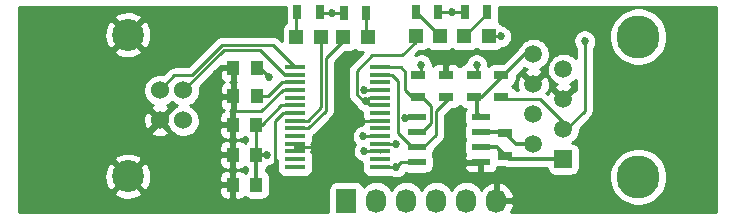
<source format=gtl>
G04 #@! TF.FileFunction,Copper,L1,Top,Signal*
%FSLAX46Y46*%
G04 Gerber Fmt 4.6, Leading zero omitted, Abs format (unit mm)*
G04 Created by KiCad (PCBNEW 4.0.2-stable) date Sunday, June 19, 2016 'PMt' 07:45:26 PM*
%MOMM*%
G01*
G04 APERTURE LIST*
%ADD10C,0.100000*%
%ADD11R,1.000000X1.250000*%
%ADD12R,1.198880X1.198880*%
%ADD13C,3.649980*%
%ADD14R,1.501140X1.501140*%
%ADD15C,1.501140*%
%ADD16C,1.524000*%
%ADD17C,2.700020*%
%ADD18R,0.700000X1.300000*%
%ADD19R,1.300000X0.700000*%
%ADD20R,1.750000X0.450000*%
%ADD21R,1.550000X0.600000*%
%ADD22R,1.727200X2.032000*%
%ADD23O,1.727200X2.032000*%
%ADD24C,0.685800*%
%ADD25C,0.305000*%
%ADD26C,0.254000*%
%ADD27C,0.152400*%
G04 APERTURE END LIST*
D10*
D11*
X59521600Y-49885600D03*
X57521600Y-49885600D03*
X59521600Y-47345600D03*
X57521600Y-47345600D03*
X59521600Y-44805600D03*
X57521600Y-44805600D03*
X59547000Y-42418000D03*
X57547000Y-42418000D03*
X59547000Y-40005000D03*
X57547000Y-40005000D03*
D12*
X68930520Y-37401500D03*
X66832480Y-37401500D03*
X62895480Y-37401500D03*
X64993520Y-37401500D03*
D13*
X91846400Y-37343080D03*
X91846400Y-49212500D03*
D14*
X85496400Y-47726600D03*
D15*
X82956400Y-46456600D03*
X85496400Y-45186600D03*
X82956400Y-43916600D03*
X85496400Y-42646600D03*
X82956400Y-41376600D03*
X85496400Y-40106600D03*
X82956400Y-38836600D03*
D16*
X53340000Y-41910000D03*
X53340000Y-44450000D03*
X51341020Y-44450000D03*
X51341020Y-41910000D03*
D17*
X48641000Y-37180520D03*
X48641000Y-49179480D03*
D18*
X66931500Y-35369500D03*
X68831500Y-35369500D03*
X64894500Y-35306000D03*
X62994500Y-35306000D03*
D19*
X73215500Y-40579000D03*
X73215500Y-42479000D03*
X75565000Y-42479000D03*
X75565000Y-40579000D03*
X80581500Y-45532000D03*
X80581500Y-47432000D03*
D20*
X69995600Y-48370200D03*
X69995600Y-47720200D03*
X69995600Y-47070200D03*
X69995600Y-46420200D03*
X69995600Y-45770200D03*
X69995600Y-45120200D03*
X69995600Y-44470200D03*
X69995600Y-43820200D03*
X69995600Y-43170200D03*
X69995600Y-42520200D03*
X69995600Y-41870200D03*
X69995600Y-41220200D03*
X69995600Y-40570200D03*
X69995600Y-39920200D03*
X62795600Y-39920200D03*
X62795600Y-40570200D03*
X62795600Y-41220200D03*
X62795600Y-41870200D03*
X62795600Y-42520200D03*
X62795600Y-43170200D03*
X62795600Y-43820200D03*
X62795600Y-44470200D03*
X62795600Y-45120200D03*
X62795600Y-45770200D03*
X62795600Y-46420200D03*
X62795600Y-47070200D03*
X62795600Y-47720200D03*
X62795600Y-48370200D03*
D21*
X73119000Y-44196000D03*
X73119000Y-45466000D03*
X73119000Y-46736000D03*
X73119000Y-48006000D03*
X78519000Y-48006000D03*
X78519000Y-46736000D03*
X78519000Y-45466000D03*
X78519000Y-44196000D03*
D19*
X80264000Y-40579000D03*
X80264000Y-42479000D03*
D12*
X77119480Y-37338000D03*
X79217520Y-37338000D03*
X75090020Y-37338000D03*
X72991980Y-37338000D03*
D19*
X77914500Y-42479000D03*
X77914500Y-40579000D03*
D18*
X77155000Y-35306000D03*
X79055000Y-35306000D03*
D22*
X67119500Y-51244500D03*
D23*
X69659500Y-51244500D03*
X72199500Y-51244500D03*
X74739500Y-51244500D03*
X77279500Y-51244500D03*
X79819500Y-51244500D03*
D18*
X74927500Y-35306000D03*
X73027500Y-35306000D03*
D24*
X73469500Y-39751000D03*
X76073000Y-35306000D03*
X71374000Y-46482000D03*
X65913000Y-35369500D03*
X60579000Y-40767000D03*
X60401200Y-47345600D03*
X87312500Y-37719000D03*
X68643500Y-47053500D03*
X68643500Y-41910000D03*
X80200500Y-37338000D03*
X78168500Y-39751000D03*
X68770500Y-42799000D03*
X72136000Y-44259500D03*
X68580000Y-45783500D03*
X71374000Y-48370200D03*
D25*
X78168500Y-42479000D02*
X78168500Y-43845500D01*
X78168500Y-43845500D02*
X78519000Y-44196000D01*
X78168500Y-42479000D02*
X78618000Y-42479000D01*
X78618000Y-42479000D02*
X80518000Y-40579000D01*
X82956400Y-38836600D02*
X82260400Y-38836600D01*
X82260400Y-38836600D02*
X80518000Y-40579000D01*
D26*
X76073000Y-35306000D02*
X74927500Y-35306000D01*
X73469500Y-40579000D02*
X73469500Y-39751000D01*
X77155000Y-35306000D02*
X76073000Y-35306000D01*
X80645000Y-40579000D02*
X80195500Y-40579000D01*
X82956400Y-38836600D02*
X82387400Y-38836600D01*
X82956400Y-38836600D02*
X82956400Y-38877200D01*
X69995600Y-46420200D02*
X71312200Y-46420200D01*
X71312200Y-46420200D02*
X71374000Y-46482000D01*
X66931500Y-35369500D02*
X65913000Y-35369500D01*
X65913000Y-35369500D02*
X64958000Y-35369500D01*
X64958000Y-35369500D02*
X64894500Y-35306000D01*
X59521600Y-44805600D02*
X59969400Y-44805600D01*
X59969400Y-44805600D02*
X61604800Y-43170200D01*
X61604800Y-43170200D02*
X62795600Y-43170200D01*
X59547000Y-40005000D02*
X59817000Y-40005000D01*
X59817000Y-40005000D02*
X60579000Y-40767000D01*
X59521600Y-44805600D02*
X59521600Y-47345600D01*
D27*
X82956400Y-38877200D02*
X82956400Y-38836600D01*
D25*
X64894500Y-35306000D02*
X64945300Y-35356800D01*
X59547000Y-40005000D02*
X59801000Y-40259000D01*
X59521600Y-49885600D02*
X59521600Y-47345600D01*
X59521600Y-47345600D02*
X60401200Y-47345600D01*
D26*
X77119480Y-35341520D02*
X77155000Y-35306000D01*
X59547000Y-42418000D02*
X60515500Y-42418000D01*
X60515500Y-42418000D02*
X61713300Y-41220200D01*
X61713300Y-41220200D02*
X62795600Y-41220200D01*
X68831500Y-35369500D02*
X68831500Y-37302480D01*
X68831500Y-37302480D02*
X68930520Y-37401500D01*
X66832480Y-37401500D02*
X66832480Y-37752020D01*
X66832480Y-37752020D02*
X65405000Y-39179500D01*
X65405000Y-39179500D02*
X65405000Y-43624500D01*
X65405000Y-43624500D02*
X63909300Y-45120200D01*
X63909300Y-45120200D02*
X62795600Y-45120200D01*
X62895480Y-37401500D02*
X62895480Y-35405020D01*
X62895480Y-35405020D02*
X62994500Y-35306000D01*
X63149480Y-35460980D02*
X62994500Y-35306000D01*
X64993520Y-37401500D02*
X64993520Y-43337480D01*
X64993520Y-43337480D02*
X63860800Y-44470200D01*
X63860800Y-44470200D02*
X62795600Y-44470200D01*
D25*
X85496400Y-47726600D02*
X80876100Y-47726600D01*
X80876100Y-47726600D02*
X80581500Y-47432000D01*
X78519000Y-46736000D02*
X79885500Y-46736000D01*
X79885500Y-46736000D02*
X80581500Y-47432000D01*
X82956400Y-46456600D02*
X81506100Y-46456600D01*
X81506100Y-46456600D02*
X80581500Y-45532000D01*
X78519000Y-45466000D02*
X80515500Y-45466000D01*
X80515500Y-45466000D02*
X80581500Y-45532000D01*
D26*
X85496400Y-45186600D02*
X85496400Y-44602400D01*
X85496400Y-44602400D02*
X83566000Y-42672000D01*
X83566000Y-42672000D02*
X80457000Y-42672000D01*
X80457000Y-42672000D02*
X80264000Y-42479000D01*
X85496400Y-45186600D02*
X85496400Y-44538900D01*
X87312500Y-37719000D02*
X87312500Y-43624500D01*
X87312500Y-43624500D02*
X85750400Y-45186600D01*
X85750400Y-45186600D02*
X85496400Y-45186600D01*
X69995600Y-47070200D02*
X68660200Y-47070200D01*
X68660200Y-47070200D02*
X68643500Y-47053500D01*
X68643500Y-41910000D02*
X68683300Y-41870200D01*
X68683300Y-41870200D02*
X69995600Y-41870200D01*
X69948800Y-47117000D02*
X69995600Y-47070200D01*
X79217520Y-37338000D02*
X80200500Y-37338000D01*
X78168500Y-40579000D02*
X78168500Y-39751000D01*
X68770500Y-42799000D02*
X68580000Y-42799000D01*
X68580000Y-42799000D02*
X68008500Y-42227500D01*
X68008500Y-42227500D02*
X68008500Y-40259000D01*
X68008500Y-40259000D02*
X69342000Y-38925500D01*
X72991980Y-37338000D02*
X72991980Y-37815520D01*
X72991980Y-37815520D02*
X71882000Y-38925500D01*
X71882000Y-38925500D02*
X69342000Y-38925500D01*
X68770500Y-42799000D02*
X69024500Y-42545000D01*
X69024500Y-42545000D02*
X69970800Y-42545000D01*
X69970800Y-42545000D02*
X69995600Y-42520200D01*
X69995600Y-43170200D02*
X69141700Y-43170200D01*
X69141700Y-43170200D02*
X68770500Y-42799000D01*
X62795600Y-40570200D02*
X61906200Y-40570200D01*
X61906200Y-40570200D02*
X59817000Y-38481000D01*
X59817000Y-38481000D02*
X56769000Y-38481000D01*
X56769000Y-38481000D02*
X53340000Y-41910000D01*
D25*
X53340000Y-41402000D02*
X53340000Y-41910000D01*
D26*
X51341020Y-41910000D02*
X51341020Y-41876980D01*
X51341020Y-41876980D02*
X52578000Y-40640000D01*
X52578000Y-40640000D02*
X54035260Y-40640000D01*
X54035260Y-40640000D02*
X56638760Y-38036500D01*
X56638760Y-38036500D02*
X60911900Y-38036500D01*
X60911900Y-38036500D02*
X62795600Y-39920200D01*
D25*
X51341020Y-41876980D02*
X51341020Y-41910000D01*
D26*
X72199500Y-44196000D02*
X73119000Y-44196000D01*
X72136000Y-44259500D02*
X72199500Y-44196000D01*
X69995600Y-45770200D02*
X68593300Y-45770200D01*
X68593300Y-45770200D02*
X68580000Y-45783500D01*
X73119000Y-48006000D02*
X71738200Y-48006000D01*
X71738200Y-48006000D02*
X71374000Y-48370200D01*
X69995600Y-48370200D02*
X71374000Y-48370200D01*
X73533000Y-45466000D02*
X73119000Y-45466000D01*
X74295000Y-44704000D02*
X73533000Y-45466000D01*
X74295000Y-43243500D02*
X74295000Y-44704000D01*
X73530500Y-42479000D02*
X74295000Y-43243500D01*
X73469500Y-42479000D02*
X73530500Y-42479000D01*
X73469500Y-42479000D02*
X72705000Y-42479000D01*
X71736200Y-39920200D02*
X69995600Y-39920200D01*
X72136000Y-40320000D02*
X71736200Y-39920200D01*
X72136000Y-41910000D02*
X72136000Y-40320000D01*
X72705000Y-42479000D02*
X72136000Y-41910000D01*
X75946000Y-42479000D02*
X75946000Y-42481500D01*
X75946000Y-42481500D02*
X74739500Y-43688000D01*
X74739500Y-43688000D02*
X74739500Y-45656500D01*
X74739500Y-45656500D02*
X73660000Y-46736000D01*
X73660000Y-46736000D02*
X73119000Y-46736000D01*
X73119000Y-46736000D02*
X72707500Y-46736000D01*
X72707500Y-46736000D02*
X71501000Y-45529500D01*
X71501000Y-45529500D02*
X71501000Y-41084500D01*
X71501000Y-41084500D02*
X70986700Y-40570200D01*
X70986700Y-40570200D02*
X69995600Y-40570200D01*
X62795600Y-46736000D02*
X64325500Y-46736000D01*
X62795600Y-46420200D02*
X62795600Y-46736000D01*
X62795600Y-46736000D02*
X62795600Y-47070200D01*
X62795600Y-43820200D02*
X61780300Y-43820200D01*
X61780300Y-43820200D02*
X61087000Y-44513500D01*
X61087000Y-44513500D02*
X61087000Y-48323500D01*
X69995600Y-44470200D02*
X68346200Y-44470200D01*
X68346200Y-44470200D02*
X68326000Y-44450000D01*
X62795600Y-41870200D02*
X61761800Y-41870200D01*
X61761800Y-41870200D02*
X59944000Y-43688000D01*
X59944000Y-43688000D02*
X57531000Y-43688000D01*
X73027500Y-35306000D02*
X73058020Y-35306000D01*
X73058020Y-35306000D02*
X75090020Y-37338000D01*
X75090020Y-37338000D02*
X75090020Y-37033158D01*
X79055000Y-35306000D02*
X79055000Y-35402480D01*
X79055000Y-35402480D02*
X77119480Y-37338000D01*
X79217520Y-35468520D02*
X79055000Y-35306000D01*
G36*
X62006428Y-35956000D02*
X62014492Y-36057121D01*
X62062758Y-36212979D01*
X62023406Y-36225166D01*
X61873481Y-36323960D01*
X61757015Y-36460610D01*
X61683230Y-36624297D01*
X61657968Y-36802060D01*
X61657968Y-37704938D01*
X61450715Y-37497685D01*
X61396301Y-37452988D01*
X61342405Y-37407764D01*
X61338897Y-37405836D01*
X61335797Y-37403289D01*
X61273731Y-37370010D01*
X61212084Y-37336119D01*
X61208264Y-37334907D01*
X61204733Y-37333014D01*
X61137436Y-37312439D01*
X61070329Y-37291152D01*
X61066346Y-37290705D01*
X61062515Y-37289534D01*
X60992527Y-37282425D01*
X60922539Y-37274574D01*
X60914703Y-37274519D01*
X60914560Y-37274505D01*
X60914427Y-37274518D01*
X60911900Y-37274500D01*
X56638760Y-37274500D01*
X56568646Y-37281375D01*
X56498590Y-37287504D01*
X56494747Y-37288620D01*
X56490753Y-37289012D01*
X56423300Y-37309377D01*
X56355778Y-37328994D01*
X56352222Y-37330837D01*
X56348384Y-37331996D01*
X56286207Y-37365056D01*
X56223746Y-37397433D01*
X56220616Y-37399932D01*
X56217076Y-37401814D01*
X56162529Y-37446301D01*
X56107520Y-37490214D01*
X56101945Y-37495712D01*
X56101829Y-37495807D01*
X56101740Y-37495915D01*
X56099945Y-37497685D01*
X53719630Y-39878000D01*
X52578000Y-39878000D01*
X52507936Y-39884870D01*
X52437830Y-39891003D01*
X52433982Y-39892121D01*
X52429993Y-39892512D01*
X52362582Y-39912865D01*
X52295018Y-39932494D01*
X52291462Y-39934337D01*
X52287624Y-39935496D01*
X52225447Y-39968556D01*
X52162986Y-40000933D01*
X52159856Y-40003432D01*
X52156316Y-40005314D01*
X52101769Y-40049801D01*
X52046760Y-40093714D01*
X52041185Y-40099212D01*
X52041069Y-40099307D01*
X52040980Y-40099415D01*
X52039185Y-40101185D01*
X51602819Y-40537551D01*
X51487753Y-40513931D01*
X51213794Y-40512018D01*
X50944681Y-40563354D01*
X50690664Y-40665984D01*
X50461419Y-40815997D01*
X50265678Y-41007681D01*
X50110897Y-41233734D01*
X50002970Y-41485546D01*
X49946009Y-41753524D01*
X49942184Y-42027464D01*
X49991640Y-42296928D01*
X50092494Y-42551655D01*
X50240903Y-42781942D01*
X50431216Y-42979016D01*
X50656183Y-43135372D01*
X50752106Y-43177280D01*
X50737997Y-43182364D01*
X50622040Y-43244344D01*
X50555060Y-43484435D01*
X51341020Y-44270395D01*
X52126980Y-43484435D01*
X52060000Y-43244344D01*
X51926277Y-43181464D01*
X51973943Y-43162975D01*
X52205260Y-43016177D01*
X52341132Y-42886788D01*
X52430196Y-42979016D01*
X52655163Y-43135372D01*
X52755700Y-43179296D01*
X52689644Y-43205984D01*
X52460399Y-43355997D01*
X52264658Y-43547681D01*
X52109877Y-43773734D01*
X52044608Y-43926017D01*
X51520625Y-44450000D01*
X52045065Y-44974440D01*
X52091474Y-45091655D01*
X52239883Y-45321942D01*
X52430196Y-45519016D01*
X52655163Y-45675372D01*
X52906215Y-45785054D01*
X53173789Y-45843884D01*
X53447695Y-45849622D01*
X53717499Y-45802048D01*
X53972923Y-45702975D01*
X54204240Y-45556177D01*
X54402639Y-45367245D01*
X54560561Y-45143375D01*
X54583724Y-45091350D01*
X56386600Y-45091350D01*
X56386600Y-45493142D01*
X56411003Y-45615823D01*
X56458870Y-45731385D01*
X56528363Y-45835389D01*
X56616811Y-45923837D01*
X56720815Y-45993330D01*
X56836377Y-46041197D01*
X56959058Y-46065600D01*
X57235850Y-46065600D01*
X57394600Y-45906850D01*
X57394600Y-44932600D01*
X56545350Y-44932600D01*
X56386600Y-45091350D01*
X54583724Y-45091350D01*
X54671993Y-44893095D01*
X54732690Y-44625938D01*
X54737059Y-44313017D01*
X54698457Y-44118058D01*
X56386600Y-44118058D01*
X56386600Y-44519850D01*
X56545350Y-44678600D01*
X57394600Y-44678600D01*
X57394600Y-43704350D01*
X57314750Y-43624500D01*
X57420000Y-43519250D01*
X57420000Y-42545000D01*
X56570750Y-42545000D01*
X56412000Y-42703750D01*
X56412000Y-43105542D01*
X56436403Y-43228223D01*
X56484270Y-43343785D01*
X56553763Y-43447789D01*
X56642211Y-43536237D01*
X56746215Y-43605730D01*
X56748169Y-43606540D01*
X56720815Y-43617870D01*
X56616811Y-43687363D01*
X56528363Y-43775811D01*
X56458870Y-43879815D01*
X56411003Y-43995377D01*
X56386600Y-44118058D01*
X54698457Y-44118058D01*
X54683846Y-44044269D01*
X54579446Y-43790975D01*
X54427835Y-43562783D01*
X54234790Y-43368385D01*
X54007662Y-43215185D01*
X53926393Y-43181023D01*
X53972923Y-43162975D01*
X54204240Y-43016177D01*
X54402639Y-42827245D01*
X54560561Y-42603375D01*
X54671993Y-42353095D01*
X54732690Y-42085938D01*
X54737059Y-41773017D01*
X54706905Y-41620725D01*
X56036880Y-40290750D01*
X56412000Y-40290750D01*
X56412000Y-40692542D01*
X56436403Y-40815223D01*
X56484270Y-40930785D01*
X56553763Y-41034789D01*
X56642211Y-41123237D01*
X56746215Y-41192730D01*
X56791530Y-41211500D01*
X56746215Y-41230270D01*
X56642211Y-41299763D01*
X56553763Y-41388211D01*
X56484270Y-41492215D01*
X56436403Y-41607777D01*
X56412000Y-41730458D01*
X56412000Y-42132250D01*
X56570750Y-42291000D01*
X57420000Y-42291000D01*
X57420000Y-41316750D01*
X57314750Y-41211500D01*
X57420000Y-41106250D01*
X57420000Y-40132000D01*
X56570750Y-40132000D01*
X56412000Y-40290750D01*
X56036880Y-40290750D01*
X56510190Y-39817440D01*
X56570750Y-39878000D01*
X57420000Y-39878000D01*
X57420000Y-39858000D01*
X57674000Y-39858000D01*
X57674000Y-39878000D01*
X57694000Y-39878000D01*
X57694000Y-40132000D01*
X57674000Y-40132000D01*
X57674000Y-41106250D01*
X57779250Y-41211500D01*
X57674000Y-41316750D01*
X57674000Y-42291000D01*
X57694000Y-42291000D01*
X57694000Y-42545000D01*
X57674000Y-42545000D01*
X57674000Y-43519250D01*
X57753850Y-43599100D01*
X57648600Y-43704350D01*
X57648600Y-44678600D01*
X57668600Y-44678600D01*
X57668600Y-44932600D01*
X57648600Y-44932600D01*
X57648600Y-45906850D01*
X57807350Y-46065600D01*
X58084142Y-46065600D01*
X58206823Y-46041197D01*
X58322385Y-45993330D01*
X58426389Y-45923837D01*
X58514837Y-45835389D01*
X58523373Y-45822615D01*
X58543500Y-45853159D01*
X58680150Y-45969625D01*
X58759600Y-46005439D01*
X58759600Y-46140413D01*
X58748966Y-46143706D01*
X58599041Y-46242500D01*
X58524383Y-46330097D01*
X58514837Y-46315811D01*
X58426389Y-46227363D01*
X58322385Y-46157870D01*
X58206823Y-46110003D01*
X58084142Y-46085600D01*
X57807350Y-46085600D01*
X57648600Y-46244350D01*
X57648600Y-47218600D01*
X57668600Y-47218600D01*
X57668600Y-47472600D01*
X57648600Y-47472600D01*
X57648600Y-48446850D01*
X57807350Y-48605600D01*
X58084142Y-48605600D01*
X58206823Y-48581197D01*
X58322385Y-48533330D01*
X58426389Y-48463837D01*
X58514837Y-48375389D01*
X58523373Y-48362615D01*
X58543500Y-48393159D01*
X58680150Y-48509625D01*
X58734100Y-48533944D01*
X58734100Y-48693502D01*
X58599041Y-48782500D01*
X58524383Y-48870097D01*
X58514837Y-48855811D01*
X58426389Y-48767363D01*
X58322385Y-48697870D01*
X58206823Y-48650003D01*
X58084142Y-48625600D01*
X57807350Y-48625600D01*
X57648600Y-48784350D01*
X57648600Y-49758600D01*
X57668600Y-49758600D01*
X57668600Y-50012600D01*
X57648600Y-50012600D01*
X57648600Y-50986850D01*
X57807350Y-51145600D01*
X58084142Y-51145600D01*
X58206823Y-51121197D01*
X58322385Y-51073330D01*
X58426389Y-51003837D01*
X58514837Y-50915389D01*
X58523373Y-50902615D01*
X58543500Y-50933159D01*
X58680150Y-51049625D01*
X58843837Y-51123410D01*
X59021600Y-51148672D01*
X60021600Y-51148672D01*
X60122721Y-51140608D01*
X60294234Y-51087494D01*
X60444159Y-50988700D01*
X60560625Y-50852050D01*
X60634410Y-50688363D01*
X60659672Y-50510600D01*
X60659672Y-49419343D01*
X89383176Y-49419343D01*
X89470264Y-49893846D01*
X89647858Y-50342397D01*
X89909194Y-50747911D01*
X90244317Y-51094941D01*
X90640463Y-51370270D01*
X91082543Y-51563410D01*
X91553718Y-51667004D01*
X92036041Y-51677108D01*
X92511141Y-51593335D01*
X92960921Y-51418877D01*
X93368249Y-51160378D01*
X93717611Y-50827686D01*
X93995698Y-50433471D01*
X94191920Y-49992751D01*
X94298801Y-49522310D01*
X94306496Y-48971286D01*
X94212791Y-48498044D01*
X94028952Y-48052017D01*
X93761980Y-47650191D01*
X93422044Y-47307874D01*
X93022092Y-47038103D01*
X92577359Y-46851154D01*
X92104783Y-46754148D01*
X91622366Y-46750780D01*
X91148482Y-46841179D01*
X90701182Y-47021900D01*
X90297502Y-47286060D01*
X89952820Y-47623598D01*
X89680264Y-48021656D01*
X89490215Y-48465074D01*
X89389912Y-48936961D01*
X89383176Y-49419343D01*
X60659672Y-49419343D01*
X60659672Y-49260600D01*
X60651608Y-49159479D01*
X60598494Y-48987966D01*
X60499700Y-48838041D01*
X60363050Y-48721575D01*
X60309100Y-48697256D01*
X60309100Y-48537698D01*
X60444159Y-48448700D01*
X60560625Y-48312050D01*
X60561375Y-48310385D01*
X60665449Y-48292034D01*
X60844247Y-48222683D01*
X61006169Y-48119925D01*
X61145048Y-47987672D01*
X61255594Y-47830963D01*
X61282528Y-47770468D01*
X61282528Y-47945200D01*
X61290592Y-48046321D01*
X61294696Y-48059574D01*
X61282528Y-48145200D01*
X61282528Y-48595200D01*
X61290592Y-48696321D01*
X61343706Y-48867834D01*
X61442500Y-49017759D01*
X61579150Y-49134225D01*
X61742837Y-49208010D01*
X61920600Y-49233272D01*
X63670600Y-49233272D01*
X63771721Y-49225208D01*
X63943234Y-49172094D01*
X64093159Y-49073300D01*
X64209625Y-48936650D01*
X64283410Y-48772963D01*
X64308672Y-48595200D01*
X64308672Y-48145200D01*
X64300608Y-48044079D01*
X64296504Y-48030826D01*
X64308672Y-47945200D01*
X64308672Y-47495200D01*
X64300608Y-47394079D01*
X64299247Y-47389683D01*
X64305600Y-47357742D01*
X64305600Y-47341450D01*
X64274759Y-47310609D01*
X64247494Y-47222566D01*
X64148700Y-47072641D01*
X64144643Y-47069183D01*
X64163837Y-47049989D01*
X64233330Y-46945985D01*
X64281197Y-46830423D01*
X64282953Y-46821597D01*
X64305600Y-46798950D01*
X64305600Y-46782658D01*
X64298149Y-46745200D01*
X64305600Y-46707742D01*
X64305600Y-46691450D01*
X64282953Y-46668803D01*
X64281197Y-46659977D01*
X64233330Y-46544415D01*
X64163837Y-46440411D01*
X64140813Y-46417387D01*
X64209625Y-46336650D01*
X64283410Y-46172963D01*
X64283712Y-46170838D01*
X64305600Y-46148950D01*
X64305600Y-46132658D01*
X64295998Y-46084385D01*
X64308672Y-45995200D01*
X64308672Y-45767375D01*
X64324314Y-45759267D01*
X64327444Y-45756768D01*
X64330984Y-45754886D01*
X64385531Y-45710399D01*
X64440540Y-45666486D01*
X64446115Y-45660988D01*
X64446231Y-45660893D01*
X64446320Y-45660785D01*
X64448115Y-45659015D01*
X65943815Y-44163316D01*
X65988525Y-44108885D01*
X66033736Y-44055005D01*
X66035666Y-44051494D01*
X66038210Y-44048397D01*
X66071469Y-43986370D01*
X66105381Y-43924684D01*
X66106593Y-43920864D01*
X66108486Y-43917333D01*
X66129061Y-43850036D01*
X66150348Y-43782929D01*
X66150795Y-43778946D01*
X66151966Y-43775115D01*
X66159075Y-43705127D01*
X66166926Y-43635139D01*
X66166981Y-43627303D01*
X66166995Y-43627160D01*
X66166982Y-43627027D01*
X66167000Y-43624500D01*
X66167000Y-39495130D01*
X67023119Y-38639012D01*
X67431920Y-38639012D01*
X67533041Y-38630948D01*
X67704554Y-38577834D01*
X67854479Y-38479040D01*
X67881268Y-38447609D01*
X67989630Y-38539965D01*
X68153317Y-38613750D01*
X68331080Y-38639012D01*
X68550857Y-38639012D01*
X67469685Y-39720185D01*
X67424988Y-39774599D01*
X67379764Y-39828495D01*
X67377836Y-39832003D01*
X67375289Y-39835103D01*
X67342010Y-39897169D01*
X67308119Y-39958816D01*
X67306907Y-39962636D01*
X67305014Y-39966167D01*
X67284439Y-40033464D01*
X67263152Y-40100571D01*
X67262705Y-40104554D01*
X67261534Y-40108385D01*
X67254425Y-40178373D01*
X67246574Y-40248361D01*
X67246519Y-40256197D01*
X67246505Y-40256340D01*
X67246518Y-40256473D01*
X67246500Y-40259000D01*
X67246500Y-42227500D01*
X67253375Y-42297614D01*
X67259504Y-42367670D01*
X67260620Y-42371513D01*
X67261012Y-42375507D01*
X67281377Y-42442960D01*
X67300994Y-42510482D01*
X67302837Y-42514038D01*
X67303996Y-42517876D01*
X67337056Y-42580053D01*
X67369433Y-42642514D01*
X67371932Y-42645644D01*
X67373814Y-42649184D01*
X67418301Y-42703731D01*
X67462214Y-42758740D01*
X67467712Y-42764315D01*
X67467807Y-42764431D01*
X67467915Y-42764520D01*
X67469685Y-42766315D01*
X67860483Y-43157113D01*
X67896531Y-43248159D01*
X68000418Y-43409360D01*
X68133637Y-43547312D01*
X68291113Y-43656761D01*
X68466850Y-43733539D01*
X68482528Y-43736986D01*
X68482528Y-44045200D01*
X68490592Y-44146321D01*
X68491953Y-44150717D01*
X68485600Y-44182658D01*
X68485600Y-44198950D01*
X68516441Y-44229791D01*
X68543706Y-44317834D01*
X68642500Y-44467759D01*
X68649662Y-44473863D01*
X68581575Y-44553750D01*
X68507790Y-44717437D01*
X68507488Y-44719562D01*
X68485600Y-44741450D01*
X68485600Y-44757742D01*
X68494988Y-44804940D01*
X68490942Y-44804912D01*
X68302562Y-44840847D01*
X68124750Y-44912688D01*
X67964279Y-45017698D01*
X67827260Y-45151876D01*
X67718913Y-45310113D01*
X67643364Y-45486382D01*
X67603492Y-45673967D01*
X67600814Y-45865725D01*
X67635433Y-46054350D01*
X67706031Y-46232659D01*
X67809918Y-46393860D01*
X67868445Y-46454466D01*
X67782413Y-46580113D01*
X67706864Y-46756382D01*
X67666992Y-46943967D01*
X67664314Y-47135725D01*
X67698933Y-47324350D01*
X67769531Y-47502659D01*
X67873418Y-47663860D01*
X68006637Y-47801812D01*
X68164113Y-47911261D01*
X68339850Y-47988039D01*
X68488551Y-48020733D01*
X68490592Y-48046321D01*
X68494696Y-48059574D01*
X68482528Y-48145200D01*
X68482528Y-48595200D01*
X68490592Y-48696321D01*
X68543706Y-48867834D01*
X68642500Y-49017759D01*
X68779150Y-49134225D01*
X68942837Y-49208010D01*
X69120600Y-49233272D01*
X70870600Y-49233272D01*
X70901186Y-49230833D01*
X71070350Y-49304739D01*
X71257652Y-49345920D01*
X71449387Y-49349936D01*
X71638249Y-49316634D01*
X71817047Y-49247283D01*
X71978969Y-49144525D01*
X72117848Y-49012272D01*
X72182180Y-48921076D01*
X72344000Y-48944072D01*
X73894000Y-48944072D01*
X73995121Y-48936008D01*
X74166634Y-48882894D01*
X74316559Y-48784100D01*
X74433025Y-48647450D01*
X74506810Y-48483763D01*
X74532072Y-48306000D01*
X74532072Y-48291750D01*
X77109000Y-48291750D01*
X77109000Y-48368542D01*
X77133403Y-48491223D01*
X77181270Y-48606785D01*
X77250763Y-48710789D01*
X77339211Y-48799237D01*
X77443215Y-48868730D01*
X77558777Y-48916597D01*
X77681458Y-48941000D01*
X78233250Y-48941000D01*
X78392000Y-48782250D01*
X78392000Y-48133000D01*
X77267750Y-48133000D01*
X77109000Y-48291750D01*
X74532072Y-48291750D01*
X74532072Y-47706000D01*
X74524008Y-47604879D01*
X74470894Y-47433366D01*
X74433440Y-47376528D01*
X74506810Y-47213763D01*
X74532072Y-47036000D01*
X74532072Y-46941558D01*
X75278316Y-46195315D01*
X75323037Y-46140871D01*
X75368236Y-46087005D01*
X75370164Y-46083497D01*
X75372711Y-46080397D01*
X75405999Y-46018315D01*
X75439881Y-45956684D01*
X75441092Y-45952866D01*
X75442987Y-45949332D01*
X75463584Y-45881963D01*
X75484848Y-45814929D01*
X75485294Y-45810951D01*
X75486467Y-45807115D01*
X75493586Y-45737033D01*
X75501426Y-45667139D01*
X75501480Y-45659313D01*
X75501496Y-45659160D01*
X75501482Y-45659017D01*
X75501500Y-45656500D01*
X75501500Y-44003630D01*
X76038059Y-43467072D01*
X76215000Y-43467072D01*
X76316121Y-43459008D01*
X76487634Y-43405894D01*
X76637559Y-43307100D01*
X76742141Y-43184394D01*
X76786400Y-43251559D01*
X76923050Y-43368025D01*
X77086737Y-43441810D01*
X77264500Y-43467072D01*
X77279532Y-43467072D01*
X77204975Y-43554550D01*
X77131190Y-43718237D01*
X77105928Y-43896000D01*
X77105928Y-44496000D01*
X77113992Y-44597121D01*
X77167106Y-44768634D01*
X77204560Y-44825472D01*
X77131190Y-44988237D01*
X77105928Y-45166000D01*
X77105928Y-45766000D01*
X77113992Y-45867121D01*
X77167106Y-46038634D01*
X77204560Y-46095472D01*
X77131190Y-46258237D01*
X77105928Y-46436000D01*
X77105928Y-47036000D01*
X77113992Y-47137121D01*
X77167106Y-47308634D01*
X77206181Y-47367933D01*
X77181270Y-47405215D01*
X77133403Y-47520777D01*
X77109000Y-47643458D01*
X77109000Y-47720250D01*
X77267750Y-47879000D01*
X78392000Y-47879000D01*
X78392000Y-47859000D01*
X78646000Y-47859000D01*
X78646000Y-47879000D01*
X78666000Y-47879000D01*
X78666000Y-48133000D01*
X78646000Y-48133000D01*
X78646000Y-48782250D01*
X78804750Y-48941000D01*
X79356542Y-48941000D01*
X79479223Y-48916597D01*
X79594785Y-48868730D01*
X79698789Y-48799237D01*
X79787237Y-48710789D01*
X79856730Y-48606785D01*
X79904597Y-48491223D01*
X79919100Y-48418310D01*
X79931500Y-48420072D01*
X80510670Y-48420072D01*
X80565871Y-48450419D01*
X80569816Y-48451671D01*
X80573467Y-48453628D01*
X80643035Y-48474897D01*
X80712370Y-48496891D01*
X80716486Y-48497353D01*
X80720445Y-48498563D01*
X80792804Y-48505913D01*
X80865105Y-48514023D01*
X80873200Y-48514080D01*
X80873351Y-48514095D01*
X80873491Y-48514082D01*
X80876100Y-48514100D01*
X84110703Y-48514100D01*
X84115822Y-48578291D01*
X84168936Y-48749804D01*
X84267730Y-48899729D01*
X84404380Y-49016195D01*
X84568067Y-49089980D01*
X84745830Y-49115242D01*
X86246970Y-49115242D01*
X86348091Y-49107178D01*
X86519604Y-49054064D01*
X86669529Y-48955270D01*
X86785995Y-48818620D01*
X86859780Y-48654933D01*
X86885042Y-48477170D01*
X86885042Y-46976030D01*
X86876978Y-46874909D01*
X86823864Y-46703396D01*
X86725070Y-46553471D01*
X86588420Y-46437005D01*
X86424733Y-46363220D01*
X86264246Y-46340413D01*
X86353569Y-46283727D01*
X86550345Y-46096341D01*
X86706975Y-45874302D01*
X86817495Y-45626070D01*
X86877696Y-45361098D01*
X86880870Y-45133760D01*
X87851315Y-44163315D01*
X87896025Y-44108885D01*
X87941236Y-44055005D01*
X87943164Y-44051497D01*
X87945711Y-44048397D01*
X87978990Y-43986331D01*
X88012881Y-43924684D01*
X88014093Y-43920864D01*
X88015986Y-43917333D01*
X88036561Y-43850036D01*
X88057848Y-43782929D01*
X88058295Y-43778946D01*
X88059466Y-43775115D01*
X88066575Y-43705127D01*
X88074426Y-43635139D01*
X88074481Y-43627303D01*
X88074495Y-43627160D01*
X88074482Y-43627027D01*
X88074500Y-43624500D01*
X88074500Y-38335340D01*
X88166894Y-38204363D01*
X88244896Y-38029167D01*
X88287384Y-37842156D01*
X88290442Y-37623112D01*
X88275951Y-37549923D01*
X89383176Y-37549923D01*
X89470264Y-38024426D01*
X89647858Y-38472977D01*
X89909194Y-38878491D01*
X90244317Y-39225521D01*
X90640463Y-39500850D01*
X91082543Y-39693990D01*
X91553718Y-39797584D01*
X92036041Y-39807688D01*
X92511141Y-39723915D01*
X92960921Y-39549457D01*
X93368249Y-39290958D01*
X93717611Y-38958266D01*
X93995698Y-38564051D01*
X94191920Y-38123331D01*
X94298801Y-37652890D01*
X94306496Y-37101866D01*
X94212791Y-36628624D01*
X94028952Y-36182597D01*
X93761980Y-35780771D01*
X93422044Y-35438454D01*
X93022092Y-35168683D01*
X92577359Y-34981734D01*
X92104783Y-34884728D01*
X91622366Y-34881360D01*
X91148482Y-34971759D01*
X90701182Y-35152480D01*
X90297502Y-35416640D01*
X89952820Y-35754178D01*
X89680264Y-36152236D01*
X89490215Y-36595654D01*
X89389912Y-37067541D01*
X89383176Y-37549923D01*
X88275951Y-37549923D01*
X88253193Y-37434988D01*
X88180113Y-37257682D01*
X88073985Y-37097948D01*
X87938853Y-36961869D01*
X87779864Y-36854629D01*
X87603072Y-36780313D01*
X87415213Y-36741751D01*
X87223442Y-36740412D01*
X87035062Y-36776347D01*
X86857250Y-36848188D01*
X86696779Y-36953198D01*
X86559760Y-37087376D01*
X86451413Y-37245613D01*
X86375864Y-37421882D01*
X86335992Y-37609467D01*
X86333314Y-37801225D01*
X86367933Y-37989850D01*
X86438531Y-38168159D01*
X86542418Y-38329360D01*
X86550500Y-38337729D01*
X86550500Y-39201633D01*
X86383869Y-39033834D01*
X86158599Y-38881888D01*
X85908107Y-38776591D01*
X85641932Y-38721953D01*
X85370215Y-38720056D01*
X85103303Y-38770972D01*
X84851365Y-38872762D01*
X84623996Y-39021548D01*
X84429856Y-39211664D01*
X84276341Y-39435867D01*
X84169297Y-39685618D01*
X84112803Y-39951405D01*
X84109009Y-40223102D01*
X84158060Y-40490363D01*
X84258089Y-40743006D01*
X84405284Y-40971408D01*
X84594040Y-41166870D01*
X84817166Y-41321947D01*
X84938463Y-41374940D01*
X84897368Y-41389783D01*
X84784199Y-41450274D01*
X84718604Y-41689199D01*
X85496400Y-42466995D01*
X86274196Y-41689199D01*
X86208601Y-41450274D01*
X86052617Y-41377068D01*
X86124145Y-41349324D01*
X86353569Y-41203727D01*
X86550345Y-41016341D01*
X86550500Y-41016121D01*
X86550500Y-41895352D01*
X86453801Y-41868804D01*
X85676005Y-42646600D01*
X85690148Y-42660743D01*
X85510543Y-42840348D01*
X85496400Y-42826205D01*
X85482258Y-42840348D01*
X85302653Y-42660743D01*
X85316795Y-42646600D01*
X84538999Y-41868804D01*
X84300074Y-41934399D01*
X84184117Y-42181475D01*
X84177968Y-42206338D01*
X84104815Y-42133185D01*
X84076319Y-42109778D01*
X84152726Y-42088801D01*
X84268683Y-41841725D01*
X84334209Y-41576773D01*
X84346787Y-41304130D01*
X84305933Y-41034271D01*
X84213217Y-40777568D01*
X84152726Y-40664399D01*
X83913801Y-40598804D01*
X83136005Y-41376600D01*
X83150148Y-41390743D01*
X82970543Y-41570348D01*
X82956400Y-41556205D01*
X82942258Y-41570348D01*
X82762653Y-41390743D01*
X82776795Y-41376600D01*
X81998999Y-40598804D01*
X81760074Y-40664399D01*
X81644117Y-40911475D01*
X81578591Y-41176427D01*
X81566013Y-41449070D01*
X81606867Y-41718929D01*
X81675878Y-41910000D01*
X81507503Y-41910000D01*
X81490894Y-41856366D01*
X81392100Y-41706441D01*
X81255450Y-41589975D01*
X81116858Y-41527502D01*
X81186634Y-41505894D01*
X81336559Y-41407100D01*
X81453025Y-41270450D01*
X81526810Y-41106763D01*
X81552072Y-40929000D01*
X81552072Y-40658622D01*
X82207303Y-40003391D01*
X82277166Y-40051947D01*
X82398463Y-40104940D01*
X82357368Y-40119783D01*
X82244199Y-40180274D01*
X82178604Y-40419199D01*
X82956400Y-41196995D01*
X83734196Y-40419199D01*
X83668601Y-40180274D01*
X83512617Y-40107068D01*
X83584145Y-40079324D01*
X83813569Y-39933727D01*
X84010345Y-39746341D01*
X84166975Y-39524302D01*
X84277495Y-39276070D01*
X84337696Y-39011098D01*
X84342029Y-38700738D01*
X84289251Y-38434189D01*
X84185705Y-38182967D01*
X84035335Y-37956642D01*
X83843869Y-37763834D01*
X83618599Y-37611888D01*
X83368107Y-37506591D01*
X83101932Y-37451953D01*
X82830215Y-37450056D01*
X82563303Y-37500972D01*
X82311365Y-37602762D01*
X82083996Y-37751548D01*
X81889856Y-37941664D01*
X81736341Y-38165867D01*
X81675509Y-38307798D01*
X80392378Y-39590928D01*
X79614000Y-39590928D01*
X79512879Y-39598992D01*
X79341366Y-39652106D01*
X79191441Y-39750900D01*
X79144333Y-39806172D01*
X79146442Y-39655112D01*
X79109193Y-39466988D01*
X79036113Y-39289682D01*
X78929985Y-39129948D01*
X78794853Y-38993869D01*
X78635864Y-38886629D01*
X78459072Y-38812313D01*
X78271213Y-38773751D01*
X78079442Y-38772412D01*
X77891062Y-38808347D01*
X77713250Y-38880188D01*
X77552779Y-38985198D01*
X77415760Y-39119376D01*
X77307413Y-39277613D01*
X77231864Y-39453882D01*
X77201669Y-39595939D01*
X77163379Y-39598992D01*
X76991866Y-39652106D01*
X76841941Y-39750900D01*
X76739536Y-39871053D01*
X76708237Y-39824211D01*
X76619789Y-39735763D01*
X76515785Y-39666270D01*
X76400223Y-39618403D01*
X76277542Y-39594000D01*
X75850750Y-39594000D01*
X75692000Y-39752750D01*
X75692000Y-40452000D01*
X75712000Y-40452000D01*
X75712000Y-40706000D01*
X75692000Y-40706000D01*
X75692000Y-40726000D01*
X75438000Y-40726000D01*
X75438000Y-40706000D01*
X75418000Y-40706000D01*
X75418000Y-40452000D01*
X75438000Y-40452000D01*
X75438000Y-39752750D01*
X75279250Y-39594000D01*
X74852458Y-39594000D01*
X74729777Y-39618403D01*
X74614215Y-39666270D01*
X74510211Y-39735763D01*
X74445411Y-39800563D01*
X74447442Y-39655112D01*
X74410193Y-39466988D01*
X74337113Y-39289682D01*
X74230985Y-39129948D01*
X74095853Y-38993869D01*
X73936864Y-38886629D01*
X73760072Y-38812313D01*
X73572213Y-38773751D01*
X73380442Y-38772412D01*
X73192062Y-38808347D01*
X73014250Y-38880188D01*
X72987320Y-38897811D01*
X73309619Y-38575512D01*
X73591420Y-38575512D01*
X73692541Y-38567448D01*
X73864054Y-38514334D01*
X74013979Y-38415540D01*
X74040768Y-38384109D01*
X74149130Y-38476465D01*
X74312817Y-38550250D01*
X74490580Y-38575512D01*
X75689460Y-38575512D01*
X75790581Y-38567448D01*
X75962094Y-38514334D01*
X76109248Y-38417366D01*
X76178590Y-38476465D01*
X76342277Y-38550250D01*
X76520040Y-38575512D01*
X77718920Y-38575512D01*
X77820041Y-38567448D01*
X77991554Y-38514334D01*
X78141479Y-38415540D01*
X78168268Y-38384109D01*
X78276630Y-38476465D01*
X78440317Y-38550250D01*
X78618080Y-38575512D01*
X79816960Y-38575512D01*
X79918081Y-38567448D01*
X80089594Y-38514334D01*
X80239519Y-38415540D01*
X80331188Y-38307985D01*
X80464749Y-38284434D01*
X80643547Y-38215083D01*
X80805469Y-38112325D01*
X80944348Y-37980072D01*
X81054894Y-37823363D01*
X81132896Y-37648167D01*
X81175384Y-37461156D01*
X81178442Y-37242112D01*
X81141193Y-37053988D01*
X81068113Y-36876682D01*
X80961985Y-36716948D01*
X80826853Y-36580869D01*
X80667864Y-36473629D01*
X80491072Y-36399313D01*
X80327886Y-36365816D01*
X80295060Y-36316001D01*
X80158410Y-36199535D01*
X80016913Y-36135753D01*
X80017810Y-36133763D01*
X80043072Y-35956000D01*
X80043072Y-34847600D01*
X98451600Y-34847600D01*
X98451600Y-52223600D01*
X81064122Y-52223600D01*
X81111454Y-52158821D01*
X81235273Y-51892133D01*
X81304685Y-51606414D01*
X81160425Y-51371500D01*
X79946500Y-51371500D01*
X79946500Y-51391500D01*
X79692500Y-51391500D01*
X79692500Y-51371500D01*
X79672500Y-51371500D01*
X79672500Y-51117500D01*
X79692500Y-51117500D01*
X79692500Y-49758283D01*
X79946500Y-49758283D01*
X79946500Y-51117500D01*
X81160425Y-51117500D01*
X81304685Y-50882586D01*
X81235273Y-50596867D01*
X81111454Y-50330179D01*
X80937986Y-50092771D01*
X80721535Y-49893767D01*
X80470419Y-49740814D01*
X80194289Y-49639791D01*
X80178526Y-49637142D01*
X79946500Y-49758283D01*
X79692500Y-49758283D01*
X79460474Y-49637142D01*
X79444711Y-49639791D01*
X79168581Y-49740814D01*
X78917465Y-49893767D01*
X78701014Y-50092771D01*
X78550843Y-50298295D01*
X78527716Y-50254799D01*
X78342863Y-50028147D01*
X78117506Y-49841716D01*
X77860231Y-49702608D01*
X77580835Y-49616121D01*
X77289962Y-49585549D01*
X76998690Y-49612056D01*
X76718115Y-49694634D01*
X76458922Y-49830137D01*
X76230985Y-50013403D01*
X76042985Y-50237452D01*
X76010201Y-50297087D01*
X75987716Y-50254799D01*
X75802863Y-50028147D01*
X75577506Y-49841716D01*
X75320231Y-49702608D01*
X75040835Y-49616121D01*
X74749962Y-49585549D01*
X74458690Y-49612056D01*
X74178115Y-49694634D01*
X73918922Y-49830137D01*
X73690985Y-50013403D01*
X73502985Y-50237452D01*
X73470201Y-50297087D01*
X73447716Y-50254799D01*
X73262863Y-50028147D01*
X73037506Y-49841716D01*
X72780231Y-49702608D01*
X72500835Y-49616121D01*
X72209962Y-49585549D01*
X71918690Y-49612056D01*
X71638115Y-49694634D01*
X71378922Y-49830137D01*
X71150985Y-50013403D01*
X70962985Y-50237452D01*
X70930201Y-50297087D01*
X70907716Y-50254799D01*
X70722863Y-50028147D01*
X70497506Y-49841716D01*
X70240231Y-49702608D01*
X69960835Y-49616121D01*
X69669962Y-49585549D01*
X69378690Y-49612056D01*
X69098115Y-49694634D01*
X68838922Y-49830137D01*
X68610985Y-50013403D01*
X68586755Y-50042280D01*
X68559994Y-49955866D01*
X68461200Y-49805941D01*
X68324550Y-49689475D01*
X68160863Y-49615690D01*
X67983100Y-49590428D01*
X66255900Y-49590428D01*
X66154779Y-49598492D01*
X65983266Y-49651606D01*
X65833341Y-49750400D01*
X65716875Y-49887050D01*
X65643090Y-50050737D01*
X65617828Y-50228500D01*
X65617828Y-52223600D01*
X39419600Y-52223600D01*
X39419600Y-50564325D01*
X47435760Y-50564325D01*
X47573718Y-50864532D01*
X47922963Y-51040371D01*
X48299802Y-51144696D01*
X48689753Y-51173499D01*
X49077830Y-51125673D01*
X49449120Y-51003056D01*
X49708282Y-50864532D01*
X49846240Y-50564325D01*
X48641000Y-49359085D01*
X47435760Y-50564325D01*
X39419600Y-50564325D01*
X39419600Y-49228233D01*
X46646981Y-49228233D01*
X46694807Y-49616310D01*
X46817424Y-49987600D01*
X46955948Y-50246762D01*
X47256155Y-50384720D01*
X48461395Y-49179480D01*
X48820605Y-49179480D01*
X50025845Y-50384720D01*
X50326052Y-50246762D01*
X50364020Y-50171350D01*
X56386600Y-50171350D01*
X56386600Y-50573142D01*
X56411003Y-50695823D01*
X56458870Y-50811385D01*
X56528363Y-50915389D01*
X56616811Y-51003837D01*
X56720815Y-51073330D01*
X56836377Y-51121197D01*
X56959058Y-51145600D01*
X57235850Y-51145600D01*
X57394600Y-50986850D01*
X57394600Y-50012600D01*
X56545350Y-50012600D01*
X56386600Y-50171350D01*
X50364020Y-50171350D01*
X50501891Y-49897517D01*
X50606216Y-49520678D01*
X50630045Y-49198058D01*
X56386600Y-49198058D01*
X56386600Y-49599850D01*
X56545350Y-49758600D01*
X57394600Y-49758600D01*
X57394600Y-48784350D01*
X57235850Y-48625600D01*
X56959058Y-48625600D01*
X56836377Y-48650003D01*
X56720815Y-48697870D01*
X56616811Y-48767363D01*
X56528363Y-48855811D01*
X56458870Y-48959815D01*
X56411003Y-49075377D01*
X56386600Y-49198058D01*
X50630045Y-49198058D01*
X50635019Y-49130727D01*
X50587193Y-48742650D01*
X50464576Y-48371360D01*
X50326052Y-48112198D01*
X50025845Y-47974240D01*
X48820605Y-49179480D01*
X48461395Y-49179480D01*
X47256155Y-47974240D01*
X46955948Y-48112198D01*
X46780109Y-48461443D01*
X46675784Y-48838282D01*
X46646981Y-49228233D01*
X39419600Y-49228233D01*
X39419600Y-47794635D01*
X47435760Y-47794635D01*
X48641000Y-48999875D01*
X49846240Y-47794635D01*
X49771204Y-47631350D01*
X56386600Y-47631350D01*
X56386600Y-48033142D01*
X56411003Y-48155823D01*
X56458870Y-48271385D01*
X56528363Y-48375389D01*
X56616811Y-48463837D01*
X56720815Y-48533330D01*
X56836377Y-48581197D01*
X56959058Y-48605600D01*
X57235850Y-48605600D01*
X57394600Y-48446850D01*
X57394600Y-47472600D01*
X56545350Y-47472600D01*
X56386600Y-47631350D01*
X49771204Y-47631350D01*
X49708282Y-47494428D01*
X49359037Y-47318589D01*
X48982198Y-47214264D01*
X48592247Y-47185461D01*
X48204170Y-47233287D01*
X47832880Y-47355904D01*
X47573718Y-47494428D01*
X47435760Y-47794635D01*
X39419600Y-47794635D01*
X39419600Y-46658058D01*
X56386600Y-46658058D01*
X56386600Y-47059850D01*
X56545350Y-47218600D01*
X57394600Y-47218600D01*
X57394600Y-46244350D01*
X57235850Y-46085600D01*
X56959058Y-46085600D01*
X56836377Y-46110003D01*
X56720815Y-46157870D01*
X56616811Y-46227363D01*
X56528363Y-46315811D01*
X56458870Y-46419815D01*
X56411003Y-46535377D01*
X56386600Y-46658058D01*
X39419600Y-46658058D01*
X39419600Y-45415565D01*
X50555060Y-45415565D01*
X50622040Y-45655656D01*
X50871068Y-45772756D01*
X51138155Y-45839023D01*
X51413037Y-45851910D01*
X51685153Y-45810922D01*
X51944043Y-45717636D01*
X52060000Y-45655656D01*
X52126980Y-45415565D01*
X51341020Y-44629605D01*
X50555060Y-45415565D01*
X39419600Y-45415565D01*
X39419600Y-44522017D01*
X49939110Y-44522017D01*
X49980098Y-44794133D01*
X50073384Y-45053023D01*
X50135364Y-45168980D01*
X50375455Y-45235960D01*
X51161415Y-44450000D01*
X50375455Y-43664040D01*
X50135364Y-43731020D01*
X50018264Y-43980048D01*
X49951997Y-44247135D01*
X49939110Y-44522017D01*
X39419600Y-44522017D01*
X39419600Y-38565365D01*
X47435760Y-38565365D01*
X47573718Y-38865572D01*
X47922963Y-39041411D01*
X48299802Y-39145736D01*
X48689753Y-39174539D01*
X49077830Y-39126713D01*
X49449120Y-39004096D01*
X49708282Y-38865572D01*
X49846240Y-38565365D01*
X48641000Y-37360125D01*
X47435760Y-38565365D01*
X39419600Y-38565365D01*
X39419600Y-37229273D01*
X46646981Y-37229273D01*
X46694807Y-37617350D01*
X46817424Y-37988640D01*
X46955948Y-38247802D01*
X47256155Y-38385760D01*
X48461395Y-37180520D01*
X48820605Y-37180520D01*
X50025845Y-38385760D01*
X50326052Y-38247802D01*
X50501891Y-37898557D01*
X50606216Y-37521718D01*
X50635019Y-37131767D01*
X50587193Y-36743690D01*
X50464576Y-36372400D01*
X50326052Y-36113238D01*
X50025845Y-35975280D01*
X48820605Y-37180520D01*
X48461395Y-37180520D01*
X47256155Y-35975280D01*
X46955948Y-36113238D01*
X46780109Y-36462483D01*
X46675784Y-36839322D01*
X46646981Y-37229273D01*
X39419600Y-37229273D01*
X39419600Y-35795675D01*
X47435760Y-35795675D01*
X48641000Y-37000915D01*
X49846240Y-35795675D01*
X49708282Y-35495468D01*
X49359037Y-35319629D01*
X48982198Y-35215304D01*
X48592247Y-35186501D01*
X48204170Y-35234327D01*
X47832880Y-35356944D01*
X47573718Y-35495468D01*
X47435760Y-35795675D01*
X39419600Y-35795675D01*
X39419600Y-34847600D01*
X62006428Y-34847600D01*
X62006428Y-35956000D01*
X62006428Y-35956000D01*
G37*
X62006428Y-35956000D02*
X62014492Y-36057121D01*
X62062758Y-36212979D01*
X62023406Y-36225166D01*
X61873481Y-36323960D01*
X61757015Y-36460610D01*
X61683230Y-36624297D01*
X61657968Y-36802060D01*
X61657968Y-37704938D01*
X61450715Y-37497685D01*
X61396301Y-37452988D01*
X61342405Y-37407764D01*
X61338897Y-37405836D01*
X61335797Y-37403289D01*
X61273731Y-37370010D01*
X61212084Y-37336119D01*
X61208264Y-37334907D01*
X61204733Y-37333014D01*
X61137436Y-37312439D01*
X61070329Y-37291152D01*
X61066346Y-37290705D01*
X61062515Y-37289534D01*
X60992527Y-37282425D01*
X60922539Y-37274574D01*
X60914703Y-37274519D01*
X60914560Y-37274505D01*
X60914427Y-37274518D01*
X60911900Y-37274500D01*
X56638760Y-37274500D01*
X56568646Y-37281375D01*
X56498590Y-37287504D01*
X56494747Y-37288620D01*
X56490753Y-37289012D01*
X56423300Y-37309377D01*
X56355778Y-37328994D01*
X56352222Y-37330837D01*
X56348384Y-37331996D01*
X56286207Y-37365056D01*
X56223746Y-37397433D01*
X56220616Y-37399932D01*
X56217076Y-37401814D01*
X56162529Y-37446301D01*
X56107520Y-37490214D01*
X56101945Y-37495712D01*
X56101829Y-37495807D01*
X56101740Y-37495915D01*
X56099945Y-37497685D01*
X53719630Y-39878000D01*
X52578000Y-39878000D01*
X52507936Y-39884870D01*
X52437830Y-39891003D01*
X52433982Y-39892121D01*
X52429993Y-39892512D01*
X52362582Y-39912865D01*
X52295018Y-39932494D01*
X52291462Y-39934337D01*
X52287624Y-39935496D01*
X52225447Y-39968556D01*
X52162986Y-40000933D01*
X52159856Y-40003432D01*
X52156316Y-40005314D01*
X52101769Y-40049801D01*
X52046760Y-40093714D01*
X52041185Y-40099212D01*
X52041069Y-40099307D01*
X52040980Y-40099415D01*
X52039185Y-40101185D01*
X51602819Y-40537551D01*
X51487753Y-40513931D01*
X51213794Y-40512018D01*
X50944681Y-40563354D01*
X50690664Y-40665984D01*
X50461419Y-40815997D01*
X50265678Y-41007681D01*
X50110897Y-41233734D01*
X50002970Y-41485546D01*
X49946009Y-41753524D01*
X49942184Y-42027464D01*
X49991640Y-42296928D01*
X50092494Y-42551655D01*
X50240903Y-42781942D01*
X50431216Y-42979016D01*
X50656183Y-43135372D01*
X50752106Y-43177280D01*
X50737997Y-43182364D01*
X50622040Y-43244344D01*
X50555060Y-43484435D01*
X51341020Y-44270395D01*
X52126980Y-43484435D01*
X52060000Y-43244344D01*
X51926277Y-43181464D01*
X51973943Y-43162975D01*
X52205260Y-43016177D01*
X52341132Y-42886788D01*
X52430196Y-42979016D01*
X52655163Y-43135372D01*
X52755700Y-43179296D01*
X52689644Y-43205984D01*
X52460399Y-43355997D01*
X52264658Y-43547681D01*
X52109877Y-43773734D01*
X52044608Y-43926017D01*
X51520625Y-44450000D01*
X52045065Y-44974440D01*
X52091474Y-45091655D01*
X52239883Y-45321942D01*
X52430196Y-45519016D01*
X52655163Y-45675372D01*
X52906215Y-45785054D01*
X53173789Y-45843884D01*
X53447695Y-45849622D01*
X53717499Y-45802048D01*
X53972923Y-45702975D01*
X54204240Y-45556177D01*
X54402639Y-45367245D01*
X54560561Y-45143375D01*
X54583724Y-45091350D01*
X56386600Y-45091350D01*
X56386600Y-45493142D01*
X56411003Y-45615823D01*
X56458870Y-45731385D01*
X56528363Y-45835389D01*
X56616811Y-45923837D01*
X56720815Y-45993330D01*
X56836377Y-46041197D01*
X56959058Y-46065600D01*
X57235850Y-46065600D01*
X57394600Y-45906850D01*
X57394600Y-44932600D01*
X56545350Y-44932600D01*
X56386600Y-45091350D01*
X54583724Y-45091350D01*
X54671993Y-44893095D01*
X54732690Y-44625938D01*
X54737059Y-44313017D01*
X54698457Y-44118058D01*
X56386600Y-44118058D01*
X56386600Y-44519850D01*
X56545350Y-44678600D01*
X57394600Y-44678600D01*
X57394600Y-43704350D01*
X57314750Y-43624500D01*
X57420000Y-43519250D01*
X57420000Y-42545000D01*
X56570750Y-42545000D01*
X56412000Y-42703750D01*
X56412000Y-43105542D01*
X56436403Y-43228223D01*
X56484270Y-43343785D01*
X56553763Y-43447789D01*
X56642211Y-43536237D01*
X56746215Y-43605730D01*
X56748169Y-43606540D01*
X56720815Y-43617870D01*
X56616811Y-43687363D01*
X56528363Y-43775811D01*
X56458870Y-43879815D01*
X56411003Y-43995377D01*
X56386600Y-44118058D01*
X54698457Y-44118058D01*
X54683846Y-44044269D01*
X54579446Y-43790975D01*
X54427835Y-43562783D01*
X54234790Y-43368385D01*
X54007662Y-43215185D01*
X53926393Y-43181023D01*
X53972923Y-43162975D01*
X54204240Y-43016177D01*
X54402639Y-42827245D01*
X54560561Y-42603375D01*
X54671993Y-42353095D01*
X54732690Y-42085938D01*
X54737059Y-41773017D01*
X54706905Y-41620725D01*
X56036880Y-40290750D01*
X56412000Y-40290750D01*
X56412000Y-40692542D01*
X56436403Y-40815223D01*
X56484270Y-40930785D01*
X56553763Y-41034789D01*
X56642211Y-41123237D01*
X56746215Y-41192730D01*
X56791530Y-41211500D01*
X56746215Y-41230270D01*
X56642211Y-41299763D01*
X56553763Y-41388211D01*
X56484270Y-41492215D01*
X56436403Y-41607777D01*
X56412000Y-41730458D01*
X56412000Y-42132250D01*
X56570750Y-42291000D01*
X57420000Y-42291000D01*
X57420000Y-41316750D01*
X57314750Y-41211500D01*
X57420000Y-41106250D01*
X57420000Y-40132000D01*
X56570750Y-40132000D01*
X56412000Y-40290750D01*
X56036880Y-40290750D01*
X56510190Y-39817440D01*
X56570750Y-39878000D01*
X57420000Y-39878000D01*
X57420000Y-39858000D01*
X57674000Y-39858000D01*
X57674000Y-39878000D01*
X57694000Y-39878000D01*
X57694000Y-40132000D01*
X57674000Y-40132000D01*
X57674000Y-41106250D01*
X57779250Y-41211500D01*
X57674000Y-41316750D01*
X57674000Y-42291000D01*
X57694000Y-42291000D01*
X57694000Y-42545000D01*
X57674000Y-42545000D01*
X57674000Y-43519250D01*
X57753850Y-43599100D01*
X57648600Y-43704350D01*
X57648600Y-44678600D01*
X57668600Y-44678600D01*
X57668600Y-44932600D01*
X57648600Y-44932600D01*
X57648600Y-45906850D01*
X57807350Y-46065600D01*
X58084142Y-46065600D01*
X58206823Y-46041197D01*
X58322385Y-45993330D01*
X58426389Y-45923837D01*
X58514837Y-45835389D01*
X58523373Y-45822615D01*
X58543500Y-45853159D01*
X58680150Y-45969625D01*
X58759600Y-46005439D01*
X58759600Y-46140413D01*
X58748966Y-46143706D01*
X58599041Y-46242500D01*
X58524383Y-46330097D01*
X58514837Y-46315811D01*
X58426389Y-46227363D01*
X58322385Y-46157870D01*
X58206823Y-46110003D01*
X58084142Y-46085600D01*
X57807350Y-46085600D01*
X57648600Y-46244350D01*
X57648600Y-47218600D01*
X57668600Y-47218600D01*
X57668600Y-47472600D01*
X57648600Y-47472600D01*
X57648600Y-48446850D01*
X57807350Y-48605600D01*
X58084142Y-48605600D01*
X58206823Y-48581197D01*
X58322385Y-48533330D01*
X58426389Y-48463837D01*
X58514837Y-48375389D01*
X58523373Y-48362615D01*
X58543500Y-48393159D01*
X58680150Y-48509625D01*
X58734100Y-48533944D01*
X58734100Y-48693502D01*
X58599041Y-48782500D01*
X58524383Y-48870097D01*
X58514837Y-48855811D01*
X58426389Y-48767363D01*
X58322385Y-48697870D01*
X58206823Y-48650003D01*
X58084142Y-48625600D01*
X57807350Y-48625600D01*
X57648600Y-48784350D01*
X57648600Y-49758600D01*
X57668600Y-49758600D01*
X57668600Y-50012600D01*
X57648600Y-50012600D01*
X57648600Y-50986850D01*
X57807350Y-51145600D01*
X58084142Y-51145600D01*
X58206823Y-51121197D01*
X58322385Y-51073330D01*
X58426389Y-51003837D01*
X58514837Y-50915389D01*
X58523373Y-50902615D01*
X58543500Y-50933159D01*
X58680150Y-51049625D01*
X58843837Y-51123410D01*
X59021600Y-51148672D01*
X60021600Y-51148672D01*
X60122721Y-51140608D01*
X60294234Y-51087494D01*
X60444159Y-50988700D01*
X60560625Y-50852050D01*
X60634410Y-50688363D01*
X60659672Y-50510600D01*
X60659672Y-49419343D01*
X89383176Y-49419343D01*
X89470264Y-49893846D01*
X89647858Y-50342397D01*
X89909194Y-50747911D01*
X90244317Y-51094941D01*
X90640463Y-51370270D01*
X91082543Y-51563410D01*
X91553718Y-51667004D01*
X92036041Y-51677108D01*
X92511141Y-51593335D01*
X92960921Y-51418877D01*
X93368249Y-51160378D01*
X93717611Y-50827686D01*
X93995698Y-50433471D01*
X94191920Y-49992751D01*
X94298801Y-49522310D01*
X94306496Y-48971286D01*
X94212791Y-48498044D01*
X94028952Y-48052017D01*
X93761980Y-47650191D01*
X93422044Y-47307874D01*
X93022092Y-47038103D01*
X92577359Y-46851154D01*
X92104783Y-46754148D01*
X91622366Y-46750780D01*
X91148482Y-46841179D01*
X90701182Y-47021900D01*
X90297502Y-47286060D01*
X89952820Y-47623598D01*
X89680264Y-48021656D01*
X89490215Y-48465074D01*
X89389912Y-48936961D01*
X89383176Y-49419343D01*
X60659672Y-49419343D01*
X60659672Y-49260600D01*
X60651608Y-49159479D01*
X60598494Y-48987966D01*
X60499700Y-48838041D01*
X60363050Y-48721575D01*
X60309100Y-48697256D01*
X60309100Y-48537698D01*
X60444159Y-48448700D01*
X60560625Y-48312050D01*
X60561375Y-48310385D01*
X60665449Y-48292034D01*
X60844247Y-48222683D01*
X61006169Y-48119925D01*
X61145048Y-47987672D01*
X61255594Y-47830963D01*
X61282528Y-47770468D01*
X61282528Y-47945200D01*
X61290592Y-48046321D01*
X61294696Y-48059574D01*
X61282528Y-48145200D01*
X61282528Y-48595200D01*
X61290592Y-48696321D01*
X61343706Y-48867834D01*
X61442500Y-49017759D01*
X61579150Y-49134225D01*
X61742837Y-49208010D01*
X61920600Y-49233272D01*
X63670600Y-49233272D01*
X63771721Y-49225208D01*
X63943234Y-49172094D01*
X64093159Y-49073300D01*
X64209625Y-48936650D01*
X64283410Y-48772963D01*
X64308672Y-48595200D01*
X64308672Y-48145200D01*
X64300608Y-48044079D01*
X64296504Y-48030826D01*
X64308672Y-47945200D01*
X64308672Y-47495200D01*
X64300608Y-47394079D01*
X64299247Y-47389683D01*
X64305600Y-47357742D01*
X64305600Y-47341450D01*
X64274759Y-47310609D01*
X64247494Y-47222566D01*
X64148700Y-47072641D01*
X64144643Y-47069183D01*
X64163837Y-47049989D01*
X64233330Y-46945985D01*
X64281197Y-46830423D01*
X64282953Y-46821597D01*
X64305600Y-46798950D01*
X64305600Y-46782658D01*
X64298149Y-46745200D01*
X64305600Y-46707742D01*
X64305600Y-46691450D01*
X64282953Y-46668803D01*
X64281197Y-46659977D01*
X64233330Y-46544415D01*
X64163837Y-46440411D01*
X64140813Y-46417387D01*
X64209625Y-46336650D01*
X64283410Y-46172963D01*
X64283712Y-46170838D01*
X64305600Y-46148950D01*
X64305600Y-46132658D01*
X64295998Y-46084385D01*
X64308672Y-45995200D01*
X64308672Y-45767375D01*
X64324314Y-45759267D01*
X64327444Y-45756768D01*
X64330984Y-45754886D01*
X64385531Y-45710399D01*
X64440540Y-45666486D01*
X64446115Y-45660988D01*
X64446231Y-45660893D01*
X64446320Y-45660785D01*
X64448115Y-45659015D01*
X65943815Y-44163316D01*
X65988525Y-44108885D01*
X66033736Y-44055005D01*
X66035666Y-44051494D01*
X66038210Y-44048397D01*
X66071469Y-43986370D01*
X66105381Y-43924684D01*
X66106593Y-43920864D01*
X66108486Y-43917333D01*
X66129061Y-43850036D01*
X66150348Y-43782929D01*
X66150795Y-43778946D01*
X66151966Y-43775115D01*
X66159075Y-43705127D01*
X66166926Y-43635139D01*
X66166981Y-43627303D01*
X66166995Y-43627160D01*
X66166982Y-43627027D01*
X66167000Y-43624500D01*
X66167000Y-39495130D01*
X67023119Y-38639012D01*
X67431920Y-38639012D01*
X67533041Y-38630948D01*
X67704554Y-38577834D01*
X67854479Y-38479040D01*
X67881268Y-38447609D01*
X67989630Y-38539965D01*
X68153317Y-38613750D01*
X68331080Y-38639012D01*
X68550857Y-38639012D01*
X67469685Y-39720185D01*
X67424988Y-39774599D01*
X67379764Y-39828495D01*
X67377836Y-39832003D01*
X67375289Y-39835103D01*
X67342010Y-39897169D01*
X67308119Y-39958816D01*
X67306907Y-39962636D01*
X67305014Y-39966167D01*
X67284439Y-40033464D01*
X67263152Y-40100571D01*
X67262705Y-40104554D01*
X67261534Y-40108385D01*
X67254425Y-40178373D01*
X67246574Y-40248361D01*
X67246519Y-40256197D01*
X67246505Y-40256340D01*
X67246518Y-40256473D01*
X67246500Y-40259000D01*
X67246500Y-42227500D01*
X67253375Y-42297614D01*
X67259504Y-42367670D01*
X67260620Y-42371513D01*
X67261012Y-42375507D01*
X67281377Y-42442960D01*
X67300994Y-42510482D01*
X67302837Y-42514038D01*
X67303996Y-42517876D01*
X67337056Y-42580053D01*
X67369433Y-42642514D01*
X67371932Y-42645644D01*
X67373814Y-42649184D01*
X67418301Y-42703731D01*
X67462214Y-42758740D01*
X67467712Y-42764315D01*
X67467807Y-42764431D01*
X67467915Y-42764520D01*
X67469685Y-42766315D01*
X67860483Y-43157113D01*
X67896531Y-43248159D01*
X68000418Y-43409360D01*
X68133637Y-43547312D01*
X68291113Y-43656761D01*
X68466850Y-43733539D01*
X68482528Y-43736986D01*
X68482528Y-44045200D01*
X68490592Y-44146321D01*
X68491953Y-44150717D01*
X68485600Y-44182658D01*
X68485600Y-44198950D01*
X68516441Y-44229791D01*
X68543706Y-44317834D01*
X68642500Y-44467759D01*
X68649662Y-44473863D01*
X68581575Y-44553750D01*
X68507790Y-44717437D01*
X68507488Y-44719562D01*
X68485600Y-44741450D01*
X68485600Y-44757742D01*
X68494988Y-44804940D01*
X68490942Y-44804912D01*
X68302562Y-44840847D01*
X68124750Y-44912688D01*
X67964279Y-45017698D01*
X67827260Y-45151876D01*
X67718913Y-45310113D01*
X67643364Y-45486382D01*
X67603492Y-45673967D01*
X67600814Y-45865725D01*
X67635433Y-46054350D01*
X67706031Y-46232659D01*
X67809918Y-46393860D01*
X67868445Y-46454466D01*
X67782413Y-46580113D01*
X67706864Y-46756382D01*
X67666992Y-46943967D01*
X67664314Y-47135725D01*
X67698933Y-47324350D01*
X67769531Y-47502659D01*
X67873418Y-47663860D01*
X68006637Y-47801812D01*
X68164113Y-47911261D01*
X68339850Y-47988039D01*
X68488551Y-48020733D01*
X68490592Y-48046321D01*
X68494696Y-48059574D01*
X68482528Y-48145200D01*
X68482528Y-48595200D01*
X68490592Y-48696321D01*
X68543706Y-48867834D01*
X68642500Y-49017759D01*
X68779150Y-49134225D01*
X68942837Y-49208010D01*
X69120600Y-49233272D01*
X70870600Y-49233272D01*
X70901186Y-49230833D01*
X71070350Y-49304739D01*
X71257652Y-49345920D01*
X71449387Y-49349936D01*
X71638249Y-49316634D01*
X71817047Y-49247283D01*
X71978969Y-49144525D01*
X72117848Y-49012272D01*
X72182180Y-48921076D01*
X72344000Y-48944072D01*
X73894000Y-48944072D01*
X73995121Y-48936008D01*
X74166634Y-48882894D01*
X74316559Y-48784100D01*
X74433025Y-48647450D01*
X74506810Y-48483763D01*
X74532072Y-48306000D01*
X74532072Y-48291750D01*
X77109000Y-48291750D01*
X77109000Y-48368542D01*
X77133403Y-48491223D01*
X77181270Y-48606785D01*
X77250763Y-48710789D01*
X77339211Y-48799237D01*
X77443215Y-48868730D01*
X77558777Y-48916597D01*
X77681458Y-48941000D01*
X78233250Y-48941000D01*
X78392000Y-48782250D01*
X78392000Y-48133000D01*
X77267750Y-48133000D01*
X77109000Y-48291750D01*
X74532072Y-48291750D01*
X74532072Y-47706000D01*
X74524008Y-47604879D01*
X74470894Y-47433366D01*
X74433440Y-47376528D01*
X74506810Y-47213763D01*
X74532072Y-47036000D01*
X74532072Y-46941558D01*
X75278316Y-46195315D01*
X75323037Y-46140871D01*
X75368236Y-46087005D01*
X75370164Y-46083497D01*
X75372711Y-46080397D01*
X75405999Y-46018315D01*
X75439881Y-45956684D01*
X75441092Y-45952866D01*
X75442987Y-45949332D01*
X75463584Y-45881963D01*
X75484848Y-45814929D01*
X75485294Y-45810951D01*
X75486467Y-45807115D01*
X75493586Y-45737033D01*
X75501426Y-45667139D01*
X75501480Y-45659313D01*
X75501496Y-45659160D01*
X75501482Y-45659017D01*
X75501500Y-45656500D01*
X75501500Y-44003630D01*
X76038059Y-43467072D01*
X76215000Y-43467072D01*
X76316121Y-43459008D01*
X76487634Y-43405894D01*
X76637559Y-43307100D01*
X76742141Y-43184394D01*
X76786400Y-43251559D01*
X76923050Y-43368025D01*
X77086737Y-43441810D01*
X77264500Y-43467072D01*
X77279532Y-43467072D01*
X77204975Y-43554550D01*
X77131190Y-43718237D01*
X77105928Y-43896000D01*
X77105928Y-44496000D01*
X77113992Y-44597121D01*
X77167106Y-44768634D01*
X77204560Y-44825472D01*
X77131190Y-44988237D01*
X77105928Y-45166000D01*
X77105928Y-45766000D01*
X77113992Y-45867121D01*
X77167106Y-46038634D01*
X77204560Y-46095472D01*
X77131190Y-46258237D01*
X77105928Y-46436000D01*
X77105928Y-47036000D01*
X77113992Y-47137121D01*
X77167106Y-47308634D01*
X77206181Y-47367933D01*
X77181270Y-47405215D01*
X77133403Y-47520777D01*
X77109000Y-47643458D01*
X77109000Y-47720250D01*
X77267750Y-47879000D01*
X78392000Y-47879000D01*
X78392000Y-47859000D01*
X78646000Y-47859000D01*
X78646000Y-47879000D01*
X78666000Y-47879000D01*
X78666000Y-48133000D01*
X78646000Y-48133000D01*
X78646000Y-48782250D01*
X78804750Y-48941000D01*
X79356542Y-48941000D01*
X79479223Y-48916597D01*
X79594785Y-48868730D01*
X79698789Y-48799237D01*
X79787237Y-48710789D01*
X79856730Y-48606785D01*
X79904597Y-48491223D01*
X79919100Y-48418310D01*
X79931500Y-48420072D01*
X80510670Y-48420072D01*
X80565871Y-48450419D01*
X80569816Y-48451671D01*
X80573467Y-48453628D01*
X80643035Y-48474897D01*
X80712370Y-48496891D01*
X80716486Y-48497353D01*
X80720445Y-48498563D01*
X80792804Y-48505913D01*
X80865105Y-48514023D01*
X80873200Y-48514080D01*
X80873351Y-48514095D01*
X80873491Y-48514082D01*
X80876100Y-48514100D01*
X84110703Y-48514100D01*
X84115822Y-48578291D01*
X84168936Y-48749804D01*
X84267730Y-48899729D01*
X84404380Y-49016195D01*
X84568067Y-49089980D01*
X84745830Y-49115242D01*
X86246970Y-49115242D01*
X86348091Y-49107178D01*
X86519604Y-49054064D01*
X86669529Y-48955270D01*
X86785995Y-48818620D01*
X86859780Y-48654933D01*
X86885042Y-48477170D01*
X86885042Y-46976030D01*
X86876978Y-46874909D01*
X86823864Y-46703396D01*
X86725070Y-46553471D01*
X86588420Y-46437005D01*
X86424733Y-46363220D01*
X86264246Y-46340413D01*
X86353569Y-46283727D01*
X86550345Y-46096341D01*
X86706975Y-45874302D01*
X86817495Y-45626070D01*
X86877696Y-45361098D01*
X86880870Y-45133760D01*
X87851315Y-44163315D01*
X87896025Y-44108885D01*
X87941236Y-44055005D01*
X87943164Y-44051497D01*
X87945711Y-44048397D01*
X87978990Y-43986331D01*
X88012881Y-43924684D01*
X88014093Y-43920864D01*
X88015986Y-43917333D01*
X88036561Y-43850036D01*
X88057848Y-43782929D01*
X88058295Y-43778946D01*
X88059466Y-43775115D01*
X88066575Y-43705127D01*
X88074426Y-43635139D01*
X88074481Y-43627303D01*
X88074495Y-43627160D01*
X88074482Y-43627027D01*
X88074500Y-43624500D01*
X88074500Y-38335340D01*
X88166894Y-38204363D01*
X88244896Y-38029167D01*
X88287384Y-37842156D01*
X88290442Y-37623112D01*
X88275951Y-37549923D01*
X89383176Y-37549923D01*
X89470264Y-38024426D01*
X89647858Y-38472977D01*
X89909194Y-38878491D01*
X90244317Y-39225521D01*
X90640463Y-39500850D01*
X91082543Y-39693990D01*
X91553718Y-39797584D01*
X92036041Y-39807688D01*
X92511141Y-39723915D01*
X92960921Y-39549457D01*
X93368249Y-39290958D01*
X93717611Y-38958266D01*
X93995698Y-38564051D01*
X94191920Y-38123331D01*
X94298801Y-37652890D01*
X94306496Y-37101866D01*
X94212791Y-36628624D01*
X94028952Y-36182597D01*
X93761980Y-35780771D01*
X93422044Y-35438454D01*
X93022092Y-35168683D01*
X92577359Y-34981734D01*
X92104783Y-34884728D01*
X91622366Y-34881360D01*
X91148482Y-34971759D01*
X90701182Y-35152480D01*
X90297502Y-35416640D01*
X89952820Y-35754178D01*
X89680264Y-36152236D01*
X89490215Y-36595654D01*
X89389912Y-37067541D01*
X89383176Y-37549923D01*
X88275951Y-37549923D01*
X88253193Y-37434988D01*
X88180113Y-37257682D01*
X88073985Y-37097948D01*
X87938853Y-36961869D01*
X87779864Y-36854629D01*
X87603072Y-36780313D01*
X87415213Y-36741751D01*
X87223442Y-36740412D01*
X87035062Y-36776347D01*
X86857250Y-36848188D01*
X86696779Y-36953198D01*
X86559760Y-37087376D01*
X86451413Y-37245613D01*
X86375864Y-37421882D01*
X86335992Y-37609467D01*
X86333314Y-37801225D01*
X86367933Y-37989850D01*
X86438531Y-38168159D01*
X86542418Y-38329360D01*
X86550500Y-38337729D01*
X86550500Y-39201633D01*
X86383869Y-39033834D01*
X86158599Y-38881888D01*
X85908107Y-38776591D01*
X85641932Y-38721953D01*
X85370215Y-38720056D01*
X85103303Y-38770972D01*
X84851365Y-38872762D01*
X84623996Y-39021548D01*
X84429856Y-39211664D01*
X84276341Y-39435867D01*
X84169297Y-39685618D01*
X84112803Y-39951405D01*
X84109009Y-40223102D01*
X84158060Y-40490363D01*
X84258089Y-40743006D01*
X84405284Y-40971408D01*
X84594040Y-41166870D01*
X84817166Y-41321947D01*
X84938463Y-41374940D01*
X84897368Y-41389783D01*
X84784199Y-41450274D01*
X84718604Y-41689199D01*
X85496400Y-42466995D01*
X86274196Y-41689199D01*
X86208601Y-41450274D01*
X86052617Y-41377068D01*
X86124145Y-41349324D01*
X86353569Y-41203727D01*
X86550345Y-41016341D01*
X86550500Y-41016121D01*
X86550500Y-41895352D01*
X86453801Y-41868804D01*
X85676005Y-42646600D01*
X85690148Y-42660743D01*
X85510543Y-42840348D01*
X85496400Y-42826205D01*
X85482258Y-42840348D01*
X85302653Y-42660743D01*
X85316795Y-42646600D01*
X84538999Y-41868804D01*
X84300074Y-41934399D01*
X84184117Y-42181475D01*
X84177968Y-42206338D01*
X84104815Y-42133185D01*
X84076319Y-42109778D01*
X84152726Y-42088801D01*
X84268683Y-41841725D01*
X84334209Y-41576773D01*
X84346787Y-41304130D01*
X84305933Y-41034271D01*
X84213217Y-40777568D01*
X84152726Y-40664399D01*
X83913801Y-40598804D01*
X83136005Y-41376600D01*
X83150148Y-41390743D01*
X82970543Y-41570348D01*
X82956400Y-41556205D01*
X82942258Y-41570348D01*
X82762653Y-41390743D01*
X82776795Y-41376600D01*
X81998999Y-40598804D01*
X81760074Y-40664399D01*
X81644117Y-40911475D01*
X81578591Y-41176427D01*
X81566013Y-41449070D01*
X81606867Y-41718929D01*
X81675878Y-41910000D01*
X81507503Y-41910000D01*
X81490894Y-41856366D01*
X81392100Y-41706441D01*
X81255450Y-41589975D01*
X81116858Y-41527502D01*
X81186634Y-41505894D01*
X81336559Y-41407100D01*
X81453025Y-41270450D01*
X81526810Y-41106763D01*
X81552072Y-40929000D01*
X81552072Y-40658622D01*
X82207303Y-40003391D01*
X82277166Y-40051947D01*
X82398463Y-40104940D01*
X82357368Y-40119783D01*
X82244199Y-40180274D01*
X82178604Y-40419199D01*
X82956400Y-41196995D01*
X83734196Y-40419199D01*
X83668601Y-40180274D01*
X83512617Y-40107068D01*
X83584145Y-40079324D01*
X83813569Y-39933727D01*
X84010345Y-39746341D01*
X84166975Y-39524302D01*
X84277495Y-39276070D01*
X84337696Y-39011098D01*
X84342029Y-38700738D01*
X84289251Y-38434189D01*
X84185705Y-38182967D01*
X84035335Y-37956642D01*
X83843869Y-37763834D01*
X83618599Y-37611888D01*
X83368107Y-37506591D01*
X83101932Y-37451953D01*
X82830215Y-37450056D01*
X82563303Y-37500972D01*
X82311365Y-37602762D01*
X82083996Y-37751548D01*
X81889856Y-37941664D01*
X81736341Y-38165867D01*
X81675509Y-38307798D01*
X80392378Y-39590928D01*
X79614000Y-39590928D01*
X79512879Y-39598992D01*
X79341366Y-39652106D01*
X79191441Y-39750900D01*
X79144333Y-39806172D01*
X79146442Y-39655112D01*
X79109193Y-39466988D01*
X79036113Y-39289682D01*
X78929985Y-39129948D01*
X78794853Y-38993869D01*
X78635864Y-38886629D01*
X78459072Y-38812313D01*
X78271213Y-38773751D01*
X78079442Y-38772412D01*
X77891062Y-38808347D01*
X77713250Y-38880188D01*
X77552779Y-38985198D01*
X77415760Y-39119376D01*
X77307413Y-39277613D01*
X77231864Y-39453882D01*
X77201669Y-39595939D01*
X77163379Y-39598992D01*
X76991866Y-39652106D01*
X76841941Y-39750900D01*
X76739536Y-39871053D01*
X76708237Y-39824211D01*
X76619789Y-39735763D01*
X76515785Y-39666270D01*
X76400223Y-39618403D01*
X76277542Y-39594000D01*
X75850750Y-39594000D01*
X75692000Y-39752750D01*
X75692000Y-40452000D01*
X75712000Y-40452000D01*
X75712000Y-40706000D01*
X75692000Y-40706000D01*
X75692000Y-40726000D01*
X75438000Y-40726000D01*
X75438000Y-40706000D01*
X75418000Y-40706000D01*
X75418000Y-40452000D01*
X75438000Y-40452000D01*
X75438000Y-39752750D01*
X75279250Y-39594000D01*
X74852458Y-39594000D01*
X74729777Y-39618403D01*
X74614215Y-39666270D01*
X74510211Y-39735763D01*
X74445411Y-39800563D01*
X74447442Y-39655112D01*
X74410193Y-39466988D01*
X74337113Y-39289682D01*
X74230985Y-39129948D01*
X74095853Y-38993869D01*
X73936864Y-38886629D01*
X73760072Y-38812313D01*
X73572213Y-38773751D01*
X73380442Y-38772412D01*
X73192062Y-38808347D01*
X73014250Y-38880188D01*
X72987320Y-38897811D01*
X73309619Y-38575512D01*
X73591420Y-38575512D01*
X73692541Y-38567448D01*
X73864054Y-38514334D01*
X74013979Y-38415540D01*
X74040768Y-38384109D01*
X74149130Y-38476465D01*
X74312817Y-38550250D01*
X74490580Y-38575512D01*
X75689460Y-38575512D01*
X75790581Y-38567448D01*
X75962094Y-38514334D01*
X76109248Y-38417366D01*
X76178590Y-38476465D01*
X76342277Y-38550250D01*
X76520040Y-38575512D01*
X77718920Y-38575512D01*
X77820041Y-38567448D01*
X77991554Y-38514334D01*
X78141479Y-38415540D01*
X78168268Y-38384109D01*
X78276630Y-38476465D01*
X78440317Y-38550250D01*
X78618080Y-38575512D01*
X79816960Y-38575512D01*
X79918081Y-38567448D01*
X80089594Y-38514334D01*
X80239519Y-38415540D01*
X80331188Y-38307985D01*
X80464749Y-38284434D01*
X80643547Y-38215083D01*
X80805469Y-38112325D01*
X80944348Y-37980072D01*
X81054894Y-37823363D01*
X81132896Y-37648167D01*
X81175384Y-37461156D01*
X81178442Y-37242112D01*
X81141193Y-37053988D01*
X81068113Y-36876682D01*
X80961985Y-36716948D01*
X80826853Y-36580869D01*
X80667864Y-36473629D01*
X80491072Y-36399313D01*
X80327886Y-36365816D01*
X80295060Y-36316001D01*
X80158410Y-36199535D01*
X80016913Y-36135753D01*
X80017810Y-36133763D01*
X80043072Y-35956000D01*
X80043072Y-34847600D01*
X98451600Y-34847600D01*
X98451600Y-52223600D01*
X81064122Y-52223600D01*
X81111454Y-52158821D01*
X81235273Y-51892133D01*
X81304685Y-51606414D01*
X81160425Y-51371500D01*
X79946500Y-51371500D01*
X79946500Y-51391500D01*
X79692500Y-51391500D01*
X79692500Y-51371500D01*
X79672500Y-51371500D01*
X79672500Y-51117500D01*
X79692500Y-51117500D01*
X79692500Y-49758283D01*
X79946500Y-49758283D01*
X79946500Y-51117500D01*
X81160425Y-51117500D01*
X81304685Y-50882586D01*
X81235273Y-50596867D01*
X81111454Y-50330179D01*
X80937986Y-50092771D01*
X80721535Y-49893767D01*
X80470419Y-49740814D01*
X80194289Y-49639791D01*
X80178526Y-49637142D01*
X79946500Y-49758283D01*
X79692500Y-49758283D01*
X79460474Y-49637142D01*
X79444711Y-49639791D01*
X79168581Y-49740814D01*
X78917465Y-49893767D01*
X78701014Y-50092771D01*
X78550843Y-50298295D01*
X78527716Y-50254799D01*
X78342863Y-50028147D01*
X78117506Y-49841716D01*
X77860231Y-49702608D01*
X77580835Y-49616121D01*
X77289962Y-49585549D01*
X76998690Y-49612056D01*
X76718115Y-49694634D01*
X76458922Y-49830137D01*
X76230985Y-50013403D01*
X76042985Y-50237452D01*
X76010201Y-50297087D01*
X75987716Y-50254799D01*
X75802863Y-50028147D01*
X75577506Y-49841716D01*
X75320231Y-49702608D01*
X75040835Y-49616121D01*
X74749962Y-49585549D01*
X74458690Y-49612056D01*
X74178115Y-49694634D01*
X73918922Y-49830137D01*
X73690985Y-50013403D01*
X73502985Y-50237452D01*
X73470201Y-50297087D01*
X73447716Y-50254799D01*
X73262863Y-50028147D01*
X73037506Y-49841716D01*
X72780231Y-49702608D01*
X72500835Y-49616121D01*
X72209962Y-49585549D01*
X71918690Y-49612056D01*
X71638115Y-49694634D01*
X71378922Y-49830137D01*
X71150985Y-50013403D01*
X70962985Y-50237452D01*
X70930201Y-50297087D01*
X70907716Y-50254799D01*
X70722863Y-50028147D01*
X70497506Y-49841716D01*
X70240231Y-49702608D01*
X69960835Y-49616121D01*
X69669962Y-49585549D01*
X69378690Y-49612056D01*
X69098115Y-49694634D01*
X68838922Y-49830137D01*
X68610985Y-50013403D01*
X68586755Y-50042280D01*
X68559994Y-49955866D01*
X68461200Y-49805941D01*
X68324550Y-49689475D01*
X68160863Y-49615690D01*
X67983100Y-49590428D01*
X66255900Y-49590428D01*
X66154779Y-49598492D01*
X65983266Y-49651606D01*
X65833341Y-49750400D01*
X65716875Y-49887050D01*
X65643090Y-50050737D01*
X65617828Y-50228500D01*
X65617828Y-52223600D01*
X39419600Y-52223600D01*
X39419600Y-50564325D01*
X47435760Y-50564325D01*
X47573718Y-50864532D01*
X47922963Y-51040371D01*
X48299802Y-51144696D01*
X48689753Y-51173499D01*
X49077830Y-51125673D01*
X49449120Y-51003056D01*
X49708282Y-50864532D01*
X49846240Y-50564325D01*
X48641000Y-49359085D01*
X47435760Y-50564325D01*
X39419600Y-50564325D01*
X39419600Y-49228233D01*
X46646981Y-49228233D01*
X46694807Y-49616310D01*
X46817424Y-49987600D01*
X46955948Y-50246762D01*
X47256155Y-50384720D01*
X48461395Y-49179480D01*
X48820605Y-49179480D01*
X50025845Y-50384720D01*
X50326052Y-50246762D01*
X50364020Y-50171350D01*
X56386600Y-50171350D01*
X56386600Y-50573142D01*
X56411003Y-50695823D01*
X56458870Y-50811385D01*
X56528363Y-50915389D01*
X56616811Y-51003837D01*
X56720815Y-51073330D01*
X56836377Y-51121197D01*
X56959058Y-51145600D01*
X57235850Y-51145600D01*
X57394600Y-50986850D01*
X57394600Y-50012600D01*
X56545350Y-50012600D01*
X56386600Y-50171350D01*
X50364020Y-50171350D01*
X50501891Y-49897517D01*
X50606216Y-49520678D01*
X50630045Y-49198058D01*
X56386600Y-49198058D01*
X56386600Y-49599850D01*
X56545350Y-49758600D01*
X57394600Y-49758600D01*
X57394600Y-48784350D01*
X57235850Y-48625600D01*
X56959058Y-48625600D01*
X56836377Y-48650003D01*
X56720815Y-48697870D01*
X56616811Y-48767363D01*
X56528363Y-48855811D01*
X56458870Y-48959815D01*
X56411003Y-49075377D01*
X56386600Y-49198058D01*
X50630045Y-49198058D01*
X50635019Y-49130727D01*
X50587193Y-48742650D01*
X50464576Y-48371360D01*
X50326052Y-48112198D01*
X50025845Y-47974240D01*
X48820605Y-49179480D01*
X48461395Y-49179480D01*
X47256155Y-47974240D01*
X46955948Y-48112198D01*
X46780109Y-48461443D01*
X46675784Y-48838282D01*
X46646981Y-49228233D01*
X39419600Y-49228233D01*
X39419600Y-47794635D01*
X47435760Y-47794635D01*
X48641000Y-48999875D01*
X49846240Y-47794635D01*
X49771204Y-47631350D01*
X56386600Y-47631350D01*
X56386600Y-48033142D01*
X56411003Y-48155823D01*
X56458870Y-48271385D01*
X56528363Y-48375389D01*
X56616811Y-48463837D01*
X56720815Y-48533330D01*
X56836377Y-48581197D01*
X56959058Y-48605600D01*
X57235850Y-48605600D01*
X57394600Y-48446850D01*
X57394600Y-47472600D01*
X56545350Y-47472600D01*
X56386600Y-47631350D01*
X49771204Y-47631350D01*
X49708282Y-47494428D01*
X49359037Y-47318589D01*
X48982198Y-47214264D01*
X48592247Y-47185461D01*
X48204170Y-47233287D01*
X47832880Y-47355904D01*
X47573718Y-47494428D01*
X47435760Y-47794635D01*
X39419600Y-47794635D01*
X39419600Y-46658058D01*
X56386600Y-46658058D01*
X56386600Y-47059850D01*
X56545350Y-47218600D01*
X57394600Y-47218600D01*
X57394600Y-46244350D01*
X57235850Y-46085600D01*
X56959058Y-46085600D01*
X56836377Y-46110003D01*
X56720815Y-46157870D01*
X56616811Y-46227363D01*
X56528363Y-46315811D01*
X56458870Y-46419815D01*
X56411003Y-46535377D01*
X56386600Y-46658058D01*
X39419600Y-46658058D01*
X39419600Y-45415565D01*
X50555060Y-45415565D01*
X50622040Y-45655656D01*
X50871068Y-45772756D01*
X51138155Y-45839023D01*
X51413037Y-45851910D01*
X51685153Y-45810922D01*
X51944043Y-45717636D01*
X52060000Y-45655656D01*
X52126980Y-45415565D01*
X51341020Y-44629605D01*
X50555060Y-45415565D01*
X39419600Y-45415565D01*
X39419600Y-44522017D01*
X49939110Y-44522017D01*
X49980098Y-44794133D01*
X50073384Y-45053023D01*
X50135364Y-45168980D01*
X50375455Y-45235960D01*
X51161415Y-44450000D01*
X50375455Y-43664040D01*
X50135364Y-43731020D01*
X50018264Y-43980048D01*
X49951997Y-44247135D01*
X49939110Y-44522017D01*
X39419600Y-44522017D01*
X39419600Y-38565365D01*
X47435760Y-38565365D01*
X47573718Y-38865572D01*
X47922963Y-39041411D01*
X48299802Y-39145736D01*
X48689753Y-39174539D01*
X49077830Y-39126713D01*
X49449120Y-39004096D01*
X49708282Y-38865572D01*
X49846240Y-38565365D01*
X48641000Y-37360125D01*
X47435760Y-38565365D01*
X39419600Y-38565365D01*
X39419600Y-37229273D01*
X46646981Y-37229273D01*
X46694807Y-37617350D01*
X46817424Y-37988640D01*
X46955948Y-38247802D01*
X47256155Y-38385760D01*
X48461395Y-37180520D01*
X48820605Y-37180520D01*
X50025845Y-38385760D01*
X50326052Y-38247802D01*
X50501891Y-37898557D01*
X50606216Y-37521718D01*
X50635019Y-37131767D01*
X50587193Y-36743690D01*
X50464576Y-36372400D01*
X50326052Y-36113238D01*
X50025845Y-35975280D01*
X48820605Y-37180520D01*
X48461395Y-37180520D01*
X47256155Y-35975280D01*
X46955948Y-36113238D01*
X46780109Y-36462483D01*
X46675784Y-36839322D01*
X46646981Y-37229273D01*
X39419600Y-37229273D01*
X39419600Y-35795675D01*
X47435760Y-35795675D01*
X48641000Y-37000915D01*
X49846240Y-35795675D01*
X49708282Y-35495468D01*
X49359037Y-35319629D01*
X48982198Y-35215304D01*
X48592247Y-35186501D01*
X48204170Y-35234327D01*
X47832880Y-35356944D01*
X47573718Y-35495468D01*
X47435760Y-35795675D01*
X39419600Y-35795675D01*
X39419600Y-34847600D01*
X62006428Y-34847600D01*
X62006428Y-35956000D01*
M02*

</source>
